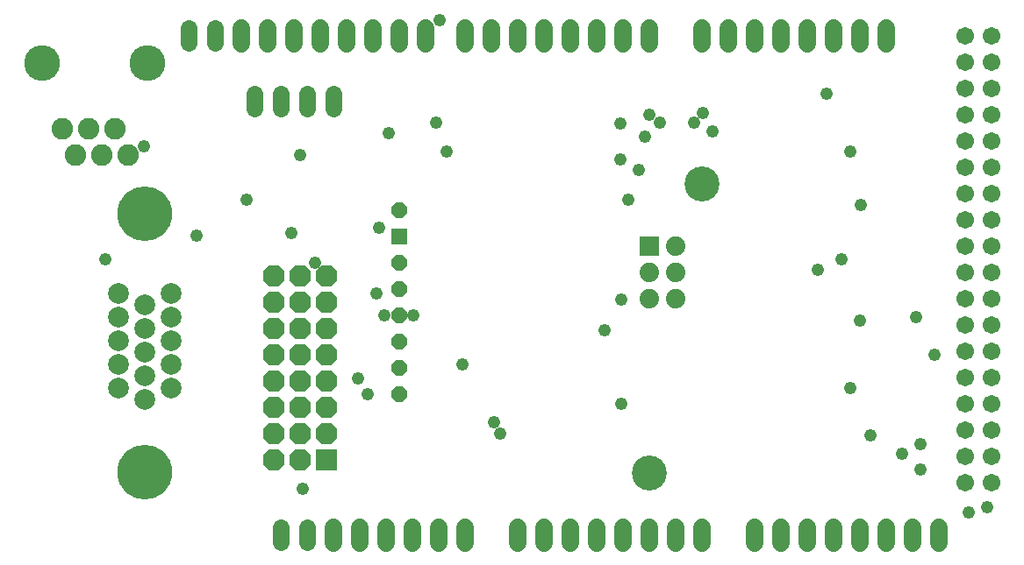
<source format=gbs>
G75*
G70*
%OFA0B0*%
%FSLAX24Y24*%
%IPPOS*%
%LPD*%
%AMOC8*
5,1,8,0,0,1.08239X$1,22.5*
%
%ADD10C,0.1330*%
%ADD11C,0.0674*%
%ADD12C,0.0674*%
%ADD13C,0.0640*%
%ADD14C,0.0740*%
%ADD15R,0.0740X0.0740*%
%ADD16C,0.0820*%
%ADD17C,0.1360*%
%ADD18R,0.0820X0.0820*%
%ADD19OC8,0.0820*%
%ADD20OC8,0.0595*%
%ADD21R,0.0595X0.0595*%
%ADD22C,0.0789*%
%ADD23C,0.2080*%
%ADD24C,0.0480*%
D10*
X025875Y004720D03*
X027875Y015720D03*
D11*
X027875Y021073D02*
X027875Y021666D01*
X028875Y021666D02*
X028875Y021073D01*
X029875Y021073D02*
X029875Y021666D01*
X030875Y021666D02*
X030875Y021073D01*
X031875Y021073D02*
X031875Y021666D01*
X032875Y021666D02*
X032875Y021073D01*
X033875Y021073D02*
X033875Y021666D01*
X034875Y021666D02*
X034875Y021073D01*
X025875Y021073D02*
X025875Y021666D01*
X024875Y021666D02*
X024875Y021073D01*
X023875Y021073D02*
X023875Y021666D01*
X022875Y021666D02*
X022875Y021073D01*
X021875Y021073D02*
X021875Y021666D01*
X020875Y021666D02*
X020875Y021073D01*
X019875Y021073D02*
X019875Y021666D01*
X018875Y021666D02*
X018875Y021073D01*
X017375Y021073D02*
X017375Y021666D01*
X016375Y021666D02*
X016375Y021073D01*
X015375Y021073D02*
X015375Y021666D01*
X014375Y021666D02*
X014375Y021073D01*
X013375Y021073D02*
X013375Y021666D01*
X012375Y021666D02*
X012375Y021073D01*
X011375Y021073D02*
X011375Y021666D01*
X010375Y021666D02*
X010375Y021073D01*
X010375Y021666D01*
X013875Y002666D02*
X013875Y002073D01*
X014875Y002073D02*
X014875Y002666D01*
X015875Y002666D02*
X015875Y002073D01*
X016875Y002073D02*
X016875Y002666D01*
X017875Y002666D02*
X017875Y002073D01*
X018875Y002073D02*
X018875Y002666D01*
X020875Y002666D02*
X020875Y002073D01*
X021875Y002073D02*
X021875Y002666D01*
X022875Y002666D02*
X022875Y002073D01*
X023875Y002073D02*
X023875Y002666D01*
X024875Y002666D02*
X024875Y002073D01*
X025875Y002073D02*
X025875Y002666D01*
X026875Y002666D02*
X026875Y002073D01*
X027875Y002073D02*
X027875Y002666D01*
X029875Y002666D02*
X029875Y002073D01*
X030875Y002073D02*
X030875Y002666D01*
X031875Y002666D02*
X031875Y002073D01*
X032875Y002073D02*
X032875Y002666D01*
X033875Y002666D02*
X033875Y002073D01*
X034875Y002073D02*
X034875Y002666D01*
X035875Y002666D02*
X035875Y002073D01*
X036875Y002073D02*
X036875Y002666D01*
D12*
X037875Y004370D03*
X038875Y004370D03*
X038875Y005370D03*
X037875Y005370D03*
X037875Y006370D03*
X038875Y006370D03*
X038875Y007370D03*
X037875Y007370D03*
X037875Y008370D03*
X038875Y008370D03*
X038875Y009370D03*
X037875Y009370D03*
X037875Y010370D03*
X038875Y010370D03*
X038875Y011370D03*
X037875Y011370D03*
X037875Y012370D03*
X038875Y012370D03*
X038875Y013370D03*
X037875Y013370D03*
X037875Y014370D03*
X038875Y014370D03*
X038875Y015370D03*
X037875Y015370D03*
X037875Y016370D03*
X038875Y016370D03*
X038875Y017370D03*
X037875Y017370D03*
X037875Y018370D03*
X038875Y018370D03*
X038875Y019370D03*
X037875Y019370D03*
X037875Y020370D03*
X038875Y020370D03*
X038875Y021370D03*
X037875Y021370D03*
D13*
X013875Y019150D02*
X013875Y018590D01*
X012875Y018590D02*
X012875Y019150D01*
X011875Y019150D02*
X011875Y018590D01*
X010875Y018590D02*
X010875Y019150D01*
X009375Y021090D02*
X009375Y021650D01*
X008375Y021650D02*
X008375Y021090D01*
X011875Y002650D02*
X011875Y002090D01*
X012875Y002090D02*
X012875Y002650D01*
D14*
X025875Y011370D03*
X026875Y011370D03*
X026875Y012370D03*
X025875Y012370D03*
X026875Y013370D03*
D15*
X025875Y013370D03*
D16*
X006075Y016820D03*
X005075Y016820D03*
X004075Y016820D03*
X003575Y017820D03*
X004575Y017820D03*
X005575Y017820D03*
D17*
X006825Y020320D03*
X002825Y020320D03*
D18*
X013625Y005220D03*
D19*
X012625Y005220D03*
X011625Y005220D03*
X011625Y006220D03*
X012625Y006220D03*
X013625Y006220D03*
X013625Y007220D03*
X012625Y007220D03*
X011625Y007220D03*
X011625Y008220D03*
X012625Y008220D03*
X013625Y008220D03*
X013625Y009220D03*
X012625Y009220D03*
X011625Y009220D03*
X011625Y010220D03*
X012625Y010220D03*
X013625Y010220D03*
X013625Y011220D03*
X012625Y011220D03*
X011625Y011220D03*
X011625Y012220D03*
X012625Y012220D03*
X013625Y012220D03*
D20*
X016375Y012720D03*
X016375Y011720D03*
X016375Y010720D03*
X016375Y009720D03*
X016375Y008720D03*
X016375Y007720D03*
X016375Y014720D03*
D21*
X016375Y013720D03*
D22*
X007725Y011570D03*
X006725Y011120D03*
X007725Y010670D03*
X006725Y010220D03*
X007725Y009770D03*
X006725Y009320D03*
X007725Y008870D03*
X006725Y008420D03*
X007725Y007970D03*
X006725Y007520D03*
X005725Y007970D03*
X005725Y008870D03*
X005725Y009770D03*
X005725Y010670D03*
X005725Y011570D03*
D23*
X006725Y004750D03*
X006725Y014590D03*
D24*
X008675Y013770D03*
X010575Y015120D03*
X012275Y013870D03*
X013175Y012720D03*
X015525Y011570D03*
X015825Y010720D03*
X016925Y010720D03*
X018775Y008870D03*
X015175Y007720D03*
X014825Y008320D03*
X019975Y006670D03*
X020225Y006220D03*
X024825Y007370D03*
X024175Y010170D03*
X024825Y011320D03*
X025075Y015120D03*
X025475Y016270D03*
X024775Y016670D03*
X025725Y017520D03*
X026275Y018070D03*
X025875Y018370D03*
X024775Y018020D03*
X027575Y018070D03*
X027925Y018420D03*
X028275Y017720D03*
X032625Y019170D03*
X033525Y016970D03*
X033925Y014920D03*
X033175Y012870D03*
X032275Y012470D03*
X033875Y010520D03*
X036025Y010670D03*
X036725Y009220D03*
X033525Y007970D03*
X034275Y006170D03*
X035475Y005470D03*
X036175Y005820D03*
X036175Y004870D03*
X038725Y003420D03*
X038025Y003220D03*
X015625Y014070D03*
X018175Y016970D03*
X017775Y018070D03*
X015975Y017670D03*
X012625Y016820D03*
X006675Y017170D03*
X005225Y012870D03*
X012725Y004120D03*
X017925Y021970D03*
M02*

</source>
